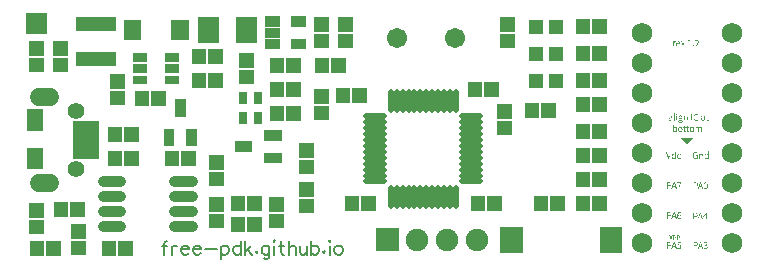
<source format=gts>
G04 Layer: TopSolderMaskLayer*
G04 EasyEDA v6.2.38, 2019-08-31T09:11:45+02:00*
G04 e43a48f15e4b4d90815dc594cbdf787c,da1ed6c8b984424aa63d4157573fa6f0,10*
G04 Gerber Generator version 0.2*
G04 Scale: 100 percent, Rotated: No, Reflected: No *
G04 Dimensions in millimeters *
G04 leading zeros omitted , absolute positions ,3 integer and 3 decimal *
%FSLAX33Y33*%
%MOMM*%
G90*
G71D02*

%ADD14C,0.203200*%
%ADD47C,0.483210*%
%ADD48C,1.503197*%
%ADD49C,0.903199*%
%ADD50C,1.727200*%
%ADD55C,1.903197*%
%ADD56R,3.403194X1.303198*%
%ADD57R,1.295400X1.193800*%
%ADD60C,1.403198*%
%ADD66C,1.703197*%

%LPD*%
G54D47*
G01X37040Y14782D02*
G01X37040Y13262D01*
G01X36539Y14782D02*
G01X36539Y13262D01*
G01X36040Y14782D02*
G01X36040Y13262D01*
G01X35539Y14782D02*
G01X35539Y13262D01*
G01X35040Y14782D02*
G01X35040Y13262D01*
G01X34539Y14782D02*
G01X34539Y13262D01*
G01X34040Y14782D02*
G01X34040Y13262D01*
G01X33539Y14782D02*
G01X33539Y13262D01*
G01X33040Y14782D02*
G01X33040Y13262D01*
G01X32539Y14782D02*
G01X32539Y13262D01*
G01X32040Y14782D02*
G01X32040Y13262D01*
G01X31539Y14782D02*
G01X31539Y13262D01*
G01X30999Y12722D02*
G01X29479Y12722D01*
G01X30999Y12222D02*
G01X29479Y12222D01*
G01X30999Y11722D02*
G01X29479Y11722D01*
G01X30999Y11222D02*
G01X29479Y11222D01*
G01X30999Y10722D02*
G01X29479Y10722D01*
G01X30999Y10222D02*
G01X29479Y10222D01*
G01X30999Y9722D02*
G01X29479Y9722D01*
G01X30999Y9222D02*
G01X29479Y9222D01*
G01X30999Y8722D02*
G01X29479Y8722D01*
G01X30999Y8222D02*
G01X29479Y8222D01*
G01X30999Y7722D02*
G01X29479Y7722D01*
G01X30999Y7222D02*
G01X29479Y7222D01*
G01X31539Y6682D02*
G01X31539Y5162D01*
G01X32040Y6682D02*
G01X32040Y5162D01*
G01X32539Y6682D02*
G01X32539Y5162D01*
G01X33040Y6682D02*
G01X33040Y5162D01*
G01X33539Y6682D02*
G01X33539Y5162D01*
G01X34040Y6682D02*
G01X34040Y5162D01*
G01X34539Y6682D02*
G01X34539Y5162D01*
G01X35040Y6682D02*
G01X35040Y5162D01*
G01X35539Y6682D02*
G01X35539Y5162D01*
G01X36040Y6682D02*
G01X36040Y5162D01*
G01X36539Y6682D02*
G01X36539Y5162D01*
G01X37040Y6682D02*
G01X37040Y5162D01*
G01X39100Y7222D02*
G01X37580Y7222D01*
G01X39100Y7722D02*
G01X37580Y7722D01*
G01X39100Y8222D02*
G01X37580Y8222D01*
G01X39100Y8722D02*
G01X37580Y8722D01*
G01X39100Y9222D02*
G01X37580Y9222D01*
G01X39100Y9722D02*
G01X37580Y9722D01*
G01X39100Y10222D02*
G01X37580Y10222D01*
G01X39100Y10722D02*
G01X37580Y10722D01*
G01X39100Y11222D02*
G01X37580Y11222D01*
G01X39100Y11722D02*
G01X37580Y11722D01*
G01X39100Y12222D02*
G01X37580Y12222D01*
G01X39100Y12722D02*
G01X37580Y12722D01*
G54D48*
G01X2677Y7114D02*
G01X1777Y7114D01*
G01X2677Y14353D02*
G01X1777Y14353D01*
G54D49*
G01X14694Y3429D02*
G01X13194Y3429D01*
G01X14694Y4699D02*
G01X13194Y4699D01*
G01X14694Y5969D02*
G01X13194Y5969D01*
G01X14694Y7239D02*
G01X13194Y7239D01*
G01X8649Y3429D02*
G01X7149Y3429D01*
G01X8649Y4699D02*
G01X7149Y4699D01*
G01X8649Y5969D02*
G01X7149Y5969D01*
G01X8649Y7239D02*
G01X7149Y7239D01*
G54D14*
G01X12628Y2179D02*
G01X12519Y2179D01*
G01X12410Y2123D01*
G01X12354Y1960D01*
G01X12354Y1033D01*
G01X12191Y1795D02*
G01X12572Y1795D01*
G01X12989Y1795D02*
G01X12989Y1033D01*
G01X12989Y1470D02*
G01X13042Y1633D01*
G01X13152Y1742D01*
G01X13261Y1795D01*
G01X13423Y1795D01*
G01X13784Y1470D02*
G01X14439Y1470D01*
G01X14439Y1577D01*
G01X14383Y1686D01*
G01X14330Y1742D01*
G01X14221Y1795D01*
G01X14056Y1795D01*
G01X13947Y1742D01*
G01X13840Y1633D01*
G01X13784Y1470D01*
G01X13784Y1361D01*
G01X13840Y1196D01*
G01X13947Y1087D01*
G01X14056Y1033D01*
G01X14221Y1033D01*
G01X14330Y1087D01*
G01X14439Y1196D01*
G01X14798Y1470D02*
G01X15453Y1470D01*
G01X15453Y1577D01*
G01X15399Y1686D01*
G01X15344Y1742D01*
G01X15234Y1795D01*
G01X15072Y1795D01*
G01X14963Y1742D01*
G01X14853Y1633D01*
G01X14798Y1470D01*
G01X14798Y1361D01*
G01X14853Y1196D01*
G01X14963Y1087D01*
G01X15072Y1033D01*
G01X15234Y1033D01*
G01X15344Y1087D01*
G01X15453Y1196D01*
G01X15814Y1524D02*
G01X16794Y1524D01*
G01X17155Y1795D02*
G01X17155Y650D01*
G01X17155Y1633D02*
G01X17264Y1742D01*
G01X17373Y1795D01*
G01X17538Y1795D01*
G01X17645Y1742D01*
G01X17754Y1633D01*
G01X17810Y1470D01*
G01X17810Y1361D01*
G01X17754Y1196D01*
G01X17645Y1087D01*
G01X17538Y1033D01*
G01X17373Y1033D01*
G01X17264Y1087D01*
G01X17155Y1196D01*
G01X18823Y2179D02*
G01X18823Y1033D01*
G01X18823Y1633D02*
G01X18714Y1742D01*
G01X18605Y1795D01*
G01X18442Y1795D01*
G01X18333Y1742D01*
G01X18224Y1633D01*
G01X18171Y1470D01*
G01X18171Y1361D01*
G01X18224Y1196D01*
G01X18333Y1087D01*
G01X18442Y1033D01*
G01X18605Y1033D01*
G01X18714Y1087D01*
G01X18823Y1196D01*
G01X19184Y2179D02*
G01X19184Y1033D01*
G01X19730Y1795D02*
G01X19184Y1252D01*
G01X19403Y1470D02*
G01X19784Y1033D01*
G01X20198Y1305D02*
G01X20144Y1252D01*
G01X20198Y1196D01*
G01X20253Y1252D01*
G01X20198Y1305D01*
G01X21267Y1795D02*
G01X21267Y924D01*
G01X21214Y759D01*
G01X21158Y706D01*
G01X21048Y650D01*
G01X20886Y650D01*
G01X20777Y706D01*
G01X21267Y1633D02*
G01X21158Y1742D01*
G01X21048Y1795D01*
G01X20886Y1795D01*
G01X20777Y1742D01*
G01X20667Y1633D01*
G01X20614Y1470D01*
G01X20614Y1361D01*
G01X20667Y1196D01*
G01X20777Y1087D01*
G01X20886Y1033D01*
G01X21048Y1033D01*
G01X21158Y1087D01*
G01X21267Y1196D01*
G01X21628Y2179D02*
G01X21683Y2123D01*
G01X21737Y2179D01*
G01X21683Y2232D01*
G01X21628Y2179D01*
G01X21683Y1795D02*
G01X21683Y1033D01*
G01X22260Y2179D02*
G01X22260Y1252D01*
G01X22316Y1087D01*
G01X22425Y1033D01*
G01X22534Y1033D01*
G01X22097Y1795D02*
G01X22478Y1795D01*
G01X22892Y2179D02*
G01X22892Y1033D01*
G01X22892Y1577D02*
G01X23058Y1742D01*
G01X23167Y1795D01*
G01X23329Y1795D01*
G01X23439Y1742D01*
G01X23494Y1577D01*
G01X23494Y1033D01*
G01X23853Y1795D02*
G01X23853Y1252D01*
G01X23908Y1087D01*
G01X24018Y1033D01*
G01X24180Y1033D01*
G01X24289Y1087D01*
G01X24452Y1252D01*
G01X24452Y1795D02*
G01X24452Y1033D01*
G01X24813Y2179D02*
G01X24813Y1033D01*
G01X24813Y1633D02*
G01X24922Y1742D01*
G01X25031Y1795D01*
G01X25196Y1795D01*
G01X25303Y1742D01*
G01X25412Y1633D01*
G01X25468Y1470D01*
G01X25468Y1361D01*
G01X25412Y1196D01*
G01X25303Y1087D01*
G01X25196Y1033D01*
G01X25031Y1033D01*
G01X24922Y1087D01*
G01X24813Y1196D01*
G01X25882Y1305D02*
G01X25829Y1252D01*
G01X25882Y1196D01*
G01X25938Y1252D01*
G01X25882Y1305D01*
G01X26296Y2179D02*
G01X26352Y2123D01*
G01X26405Y2179D01*
G01X26352Y2232D01*
G01X26296Y2179D01*
G01X26352Y1795D02*
G01X26352Y1033D01*
G01X27038Y1795D02*
G01X26929Y1742D01*
G01X26819Y1633D01*
G01X26766Y1470D01*
G01X26766Y1361D01*
G01X26819Y1196D01*
G01X26929Y1087D01*
G01X27038Y1033D01*
G01X27203Y1033D01*
G01X27312Y1087D01*
G01X27421Y1196D01*
G01X27475Y1361D01*
G01X27475Y1470D01*
G01X27421Y1633D01*
G01X27312Y1742D01*
G01X27203Y1795D01*
G01X27038Y1795D01*

%LPD*%
G36*
G01X55771Y12965D02*
G01X55753Y12967D01*
G01X55735Y12965D01*
G01X55720Y12957D01*
G01X55711Y12943D01*
G01X55707Y12924D01*
G01X55711Y12908D01*
G01X55720Y12896D01*
G01X55735Y12887D01*
G01X55753Y12883D01*
G01X55771Y12887D01*
G01X55786Y12896D01*
G01X55795Y12908D01*
G01X55799Y12924D01*
G01X55795Y12943D01*
G01X55786Y12957D01*
G01X55771Y12965D01*
G37*

%LPD*%
G36*
G01X57051Y12942D02*
G01X56987Y12942D01*
G01X56987Y12383D01*
G01X57051Y12383D01*
G01X57051Y12942D01*
G37*

%LPD*%
G36*
G01X56604Y12794D02*
G01X56548Y12805D01*
G01X56508Y12800D01*
G01X56473Y12784D01*
G01X56440Y12762D01*
G01X56411Y12734D01*
G01X56408Y12734D01*
G01X56403Y12794D01*
G01X56352Y12794D01*
G01X56352Y12383D01*
G01X56413Y12383D01*
G01X56413Y12683D01*
G01X56444Y12713D01*
G01X56472Y12735D01*
G01X56500Y12747D01*
G01X56530Y12751D01*
G01X56568Y12745D01*
G01X56593Y12724D01*
G01X56607Y12688D01*
G01X56612Y12637D01*
G01X56612Y12383D01*
G01X56675Y12383D01*
G01X56675Y12645D01*
G01X56667Y12714D01*
G01X56644Y12764D01*
G01X56604Y12794D01*
G37*

%LPD*%
G36*
G01X55783Y12794D02*
G01X55723Y12794D01*
G01X55723Y12383D01*
G01X55783Y12383D01*
G01X55783Y12794D01*
G37*

%LPD*%
G36*
G01X58341Y12911D02*
G01X58290Y12911D01*
G01X58283Y12794D01*
G01X58217Y12792D01*
G01X58217Y12744D01*
G01X58280Y12744D01*
G01X58280Y12507D01*
G01X58286Y12452D01*
G01X58305Y12410D01*
G01X58340Y12383D01*
G01X58395Y12373D01*
G01X58412Y12374D01*
G01X58430Y12378D01*
G01X58466Y12388D01*
G01X58456Y12434D01*
G01X58444Y12430D01*
G01X58432Y12427D01*
G01X58419Y12425D01*
G01X58407Y12424D01*
G01X58376Y12429D01*
G01X58355Y12446D01*
G01X58344Y12471D01*
G01X58341Y12505D01*
G01X58341Y12744D01*
G01X58456Y12744D01*
G01X58456Y12794D01*
G01X58341Y12794D01*
G01X58341Y12911D01*
G37*

%LPD*%
G36*
G01X58069Y12792D02*
G01X58006Y12805D01*
G01X57958Y12800D01*
G01X57915Y12787D01*
G01X57876Y12770D01*
G01X57846Y12751D01*
G01X57871Y12708D01*
G01X57897Y12724D01*
G01X57926Y12739D01*
G01X57959Y12750D01*
G01X57996Y12754D01*
G01X58040Y12744D01*
G01X58066Y12719D01*
G01X58080Y12683D01*
G01X58082Y12642D01*
G01X57968Y12623D01*
G01X57890Y12593D01*
G01X57843Y12549D01*
G01X57828Y12490D01*
G01X57837Y12439D01*
G01X57862Y12403D01*
G01X57900Y12380D01*
G01X57948Y12373D01*
G01X57985Y12378D01*
G01X58021Y12391D01*
G01X58054Y12410D01*
G01X58085Y12434D01*
G01X58087Y12434D01*
G01X58092Y12383D01*
G01X58146Y12383D01*
G01X58146Y12640D01*
G01X58138Y12706D01*
G01X58113Y12758D01*
G01X58069Y12792D01*
G37*

%LPC*%
G36*
G01X58082Y12480D02*
G01X58082Y12601D01*
G01X57991Y12585D01*
G01X57930Y12561D01*
G01X57897Y12530D01*
G01X57887Y12492D01*
G01X57893Y12461D01*
G01X57909Y12440D01*
G01X57934Y12428D01*
G01X57963Y12424D01*
G01X57994Y12428D01*
G01X58023Y12438D01*
G01X58052Y12456D01*
G01X58082Y12480D01*
G37*

%LPD*%
G36*
G01X57466Y12946D02*
G01X57419Y12952D01*
G01X57368Y12947D01*
G01X57321Y12932D01*
G01X57279Y12907D01*
G01X57242Y12874D01*
G01X57214Y12833D01*
G01X57191Y12783D01*
G01X57177Y12726D01*
G01X57173Y12662D01*
G01X57177Y12598D01*
G01X57191Y12542D01*
G01X57213Y12492D01*
G01X57242Y12450D01*
G01X57278Y12417D01*
G01X57319Y12393D01*
G01X57364Y12378D01*
G01X57414Y12373D01*
G01X57464Y12378D01*
G01X57510Y12394D01*
G01X57549Y12419D01*
G01X57584Y12454D01*
G01X57549Y12492D01*
G01X57521Y12465D01*
G01X57489Y12446D01*
G01X57455Y12433D01*
G01X57417Y12429D01*
G01X57343Y12446D01*
G01X57287Y12492D01*
G01X57251Y12566D01*
G01X57239Y12662D01*
G01X57252Y12760D01*
G01X57288Y12834D01*
G01X57345Y12880D01*
G01X57419Y12896D01*
G01X57454Y12892D01*
G01X57484Y12881D01*
G01X57512Y12864D01*
G01X57536Y12843D01*
G01X57569Y12883D01*
G01X57542Y12909D01*
G01X57508Y12931D01*
G01X57466Y12946D01*
G37*

%LPD*%
G36*
G01X55570Y12990D02*
G01X55509Y12990D01*
G01X55509Y12459D01*
G01X55513Y12422D01*
G01X55525Y12395D01*
G01X55547Y12378D01*
G01X55578Y12373D01*
G01X55589Y12373D01*
G01X55599Y12375D01*
G01X55606Y12376D01*
G01X55613Y12378D01*
G01X55606Y12426D01*
G01X55601Y12425D01*
G01X55597Y12424D01*
G01X55590Y12424D01*
G01X55583Y12426D01*
G01X55577Y12431D01*
G01X55572Y12441D01*
G01X55570Y12454D01*
G01X55570Y12990D01*
G37*

%LPD*%
G36*
G01X55298Y12792D02*
G01X55235Y12805D01*
G01X55187Y12800D01*
G01X55143Y12787D01*
G01X55105Y12770D01*
G01X55075Y12751D01*
G01X55100Y12708D01*
G01X55126Y12724D01*
G01X55156Y12739D01*
G01X55189Y12750D01*
G01X55225Y12754D01*
G01X55268Y12744D01*
G01X55296Y12719D01*
G01X55310Y12683D01*
G01X55314Y12642D01*
G01X55198Y12623D01*
G01X55119Y12593D01*
G01X55072Y12549D01*
G01X55057Y12490D01*
G01X55066Y12439D01*
G01X55091Y12403D01*
G01X55129Y12380D01*
G01X55176Y12373D01*
G01X55214Y12378D01*
G01X55250Y12391D01*
G01X55284Y12410D01*
G01X55316Y12434D01*
G01X55319Y12434D01*
G01X55324Y12383D01*
G01X55375Y12383D01*
G01X55375Y12640D01*
G01X55366Y12706D01*
G01X55342Y12758D01*
G01X55298Y12792D01*
G37*

%LPC*%
G36*
G01X55314Y12480D02*
G01X55314Y12601D01*
G01X55221Y12585D01*
G01X55161Y12561D01*
G01X55128Y12530D01*
G01X55118Y12492D01*
G01X55124Y12461D01*
G01X55140Y12440D01*
G01X55164Y12428D01*
G01X55194Y12424D01*
G01X55224Y12428D01*
G01X55253Y12438D01*
G01X55283Y12456D01*
G01X55314Y12480D01*
G37*

%LPD*%
G36*
G01X56080Y12804D02*
G01X56063Y12805D01*
G01X56004Y12794D01*
G01X55955Y12765D01*
G01X55923Y12718D01*
G01X55910Y12657D01*
G01X55915Y12623D01*
G01X55927Y12592D01*
G01X55944Y12567D01*
G01X55964Y12548D01*
G01X55964Y12546D01*
G01X55948Y12532D01*
G01X55933Y12515D01*
G01X55922Y12493D01*
G01X55918Y12469D01*
G01X55921Y12447D01*
G01X55929Y12428D01*
G01X55940Y12412D01*
G01X55956Y12401D01*
G01X55956Y12398D01*
G01X55931Y12377D01*
G01X55912Y12354D01*
G01X55899Y12329D01*
G01X55895Y12302D01*
G01X55907Y12256D01*
G01X55942Y12221D01*
G01X55996Y12200D01*
G01X56065Y12193D01*
G01X56150Y12204D01*
G01X56214Y12235D01*
G01X56254Y12279D01*
G01X56269Y12332D01*
G01X56260Y12377D01*
G01X56234Y12408D01*
G01X56189Y12426D01*
G01X56126Y12431D01*
G01X56045Y12431D01*
G01X56010Y12435D01*
G01X55987Y12444D01*
G01X55975Y12458D01*
G01X55971Y12477D01*
G01X55973Y12493D01*
G01X55980Y12506D01*
G01X55989Y12518D01*
G01X55999Y12528D01*
G01X56015Y12521D01*
G01X56031Y12517D01*
G01X56047Y12514D01*
G01X56063Y12513D01*
G01X56122Y12523D01*
G01X56169Y12553D01*
G01X56201Y12598D01*
G01X56213Y12657D01*
G01X56210Y12685D01*
G01X56202Y12709D01*
G01X56189Y12729D01*
G01X56175Y12746D01*
G01X56264Y12746D01*
G01X56264Y12794D01*
G01X56119Y12794D01*
G01X56108Y12799D01*
G01X56095Y12802D01*
G01X56080Y12804D01*
G37*

%LPC*%
G36*
G01X56009Y12383D02*
G01X55994Y12386D01*
G01X55974Y12368D01*
G01X55960Y12349D01*
G01X55952Y12330D01*
G01X55949Y12312D01*
G01X55957Y12280D01*
G01X55981Y12256D01*
G01X56020Y12241D01*
G01X56073Y12236D01*
G01X56128Y12243D01*
G01X56171Y12263D01*
G01X56198Y12292D01*
G01X56208Y12325D01*
G01X56203Y12351D01*
G01X56186Y12367D01*
G01X56159Y12375D01*
G01X56121Y12378D01*
G01X56036Y12378D01*
G01X56023Y12380D01*
G01X56009Y12383D01*
G37*
G36*
G01X56098Y12752D02*
G01X56063Y12759D01*
G01X56027Y12752D01*
G01X55998Y12732D01*
G01X55979Y12700D01*
G01X55971Y12657D01*
G01X55979Y12616D01*
G01X55998Y12584D01*
G01X56027Y12563D01*
G01X56063Y12556D01*
G01X56098Y12563D01*
G01X56128Y12584D01*
G01X56147Y12616D01*
G01X56154Y12657D01*
G01X56147Y12700D01*
G01X56128Y12732D01*
G01X56098Y12752D01*
G37*

%LPD*%

%LPD*%
G36*
G01X57571Y11840D02*
G01X57528Y11846D01*
G01X57493Y11840D01*
G01X57460Y11826D01*
G01X57429Y11803D01*
G01X57401Y11775D01*
G01X57398Y11775D01*
G01X57393Y11836D01*
G01X57343Y11836D01*
G01X57343Y11424D01*
G01X57404Y11424D01*
G01X57404Y11724D01*
G01X57432Y11754D01*
G01X57460Y11775D01*
G01X57486Y11789D01*
G01X57510Y11793D01*
G01X57547Y11786D01*
G01X57572Y11765D01*
G01X57587Y11730D01*
G01X57591Y11678D01*
G01X57591Y11424D01*
G01X57652Y11424D01*
G01X57652Y11724D01*
G01X57682Y11754D01*
G01X57710Y11775D01*
G01X57737Y11789D01*
G01X57762Y11793D01*
G01X57798Y11786D01*
G01X57824Y11765D01*
G01X57838Y11730D01*
G01X57843Y11678D01*
G01X57843Y11424D01*
G01X57904Y11424D01*
G01X57904Y11686D01*
G01X57896Y11755D01*
G01X57873Y11805D01*
G01X57834Y11836D01*
G01X57779Y11846D01*
G01X57743Y11840D01*
G01X57708Y11824D01*
G01X57675Y11799D01*
G01X57642Y11767D01*
G01X57627Y11800D01*
G01X57603Y11825D01*
G01X57571Y11840D01*
G37*

%LPD*%
G36*
G01X57113Y11832D02*
G01X57040Y11846D01*
G01X56968Y11832D01*
G01X56908Y11790D01*
G01X56868Y11722D01*
G01X56852Y11630D01*
G01X56868Y11539D01*
G01X56908Y11471D01*
G01X56968Y11429D01*
G01X57040Y11414D01*
G01X57113Y11429D01*
G01X57174Y11471D01*
G01X57216Y11539D01*
G01X57231Y11630D01*
G01X57216Y11722D01*
G01X57174Y11790D01*
G01X57113Y11832D01*
G37*

%LPC*%
G36*
G01X57091Y11781D02*
G01X57040Y11793D01*
G01X56990Y11781D01*
G01X56950Y11748D01*
G01X56925Y11696D01*
G01X56916Y11630D01*
G01X56925Y11563D01*
G01X56950Y11510D01*
G01X56990Y11477D01*
G01X57040Y11465D01*
G01X57091Y11477D01*
G01X57130Y11510D01*
G01X57156Y11563D01*
G01X57165Y11630D01*
G01X57156Y11696D01*
G01X57130Y11748D01*
G01X57091Y11781D01*
G37*

%LPD*%
G36*
G01X56687Y11953D02*
G01X56634Y11953D01*
G01X56626Y11836D01*
G01X56563Y11833D01*
G01X56563Y11785D01*
G01X56624Y11785D01*
G01X56624Y11549D01*
G01X56630Y11494D01*
G01X56649Y11451D01*
G01X56684Y11424D01*
G01X56738Y11414D01*
G01X56756Y11416D01*
G01X56775Y11419D01*
G01X56794Y11424D01*
G01X56812Y11430D01*
G01X56799Y11475D01*
G01X56788Y11472D01*
G01X56776Y11468D01*
G01X56763Y11466D01*
G01X56751Y11465D01*
G01X56721Y11471D01*
G01X56701Y11487D01*
G01X56690Y11512D01*
G01X56687Y11546D01*
G01X56687Y11785D01*
G01X56799Y11785D01*
G01X56799Y11836D01*
G01X56687Y11836D01*
G01X56687Y11953D01*
G37*

%LPD*%
G36*
G01X56423Y11953D02*
G01X56370Y11953D01*
G01X56362Y11836D01*
G01X56299Y11833D01*
G01X56299Y11785D01*
G01X56360Y11785D01*
G01X56360Y11549D01*
G01X56366Y11494D01*
G01X56384Y11451D01*
G01X56420Y11424D01*
G01X56474Y11414D01*
G01X56492Y11416D01*
G01X56511Y11419D01*
G01X56530Y11424D01*
G01X56548Y11430D01*
G01X56535Y11475D01*
G01X56524Y11472D01*
G01X56512Y11468D01*
G01X56499Y11466D01*
G01X56487Y11465D01*
G01X56457Y11471D01*
G01X56437Y11487D01*
G01X56426Y11512D01*
G01X56423Y11546D01*
G01X56423Y11785D01*
G01X56535Y11785D01*
G01X56535Y11836D01*
G01X56423Y11836D01*
G01X56423Y11953D01*
G37*

%LPD*%
G36*
G01X56132Y11832D02*
G01X56060Y11846D01*
G01X55989Y11832D01*
G01X55929Y11790D01*
G01X55888Y11722D01*
G01X55872Y11630D01*
G01X55888Y11539D01*
G01X55929Y11471D01*
G01X55989Y11429D01*
G01X56060Y11414D01*
G01X56132Y11429D01*
G01X56193Y11471D01*
G01X56235Y11539D01*
G01X56250Y11630D01*
G01X56235Y11722D01*
G01X56193Y11790D01*
G01X56132Y11832D01*
G37*

%LPC*%
G36*
G01X56112Y11781D02*
G01X56060Y11793D01*
G01X56010Y11781D01*
G01X55970Y11748D01*
G01X55945Y11696D01*
G01X55935Y11630D01*
G01X55945Y11563D01*
G01X55970Y11510D01*
G01X56010Y11477D01*
G01X56060Y11465D01*
G01X56112Y11477D01*
G01X56152Y11510D01*
G01X56178Y11563D01*
G01X56187Y11630D01*
G01X56178Y11696D01*
G01X56152Y11748D01*
G01X56112Y11781D01*
G37*

%LPD*%
G36*
G01X55499Y12031D02*
G01X55435Y12031D01*
G01X55435Y11424D01*
G01X55486Y11424D01*
G01X55491Y11468D01*
G01X55493Y11468D01*
G01X55522Y11445D01*
G01X55552Y11428D01*
G01X55583Y11418D01*
G01X55613Y11414D01*
G01X55681Y11429D01*
G01X55738Y11473D01*
G01X55778Y11543D01*
G01X55793Y11638D01*
G01X55782Y11724D01*
G01X55751Y11790D01*
G01X55699Y11831D01*
G01X55628Y11846D01*
G01X55592Y11841D01*
G01X55558Y11829D01*
G01X55526Y11811D01*
G01X55496Y11788D01*
G01X55499Y11861D01*
G01X55499Y12031D01*
G37*

%LPC*%
G36*
G01X55666Y11782D02*
G01X55613Y11793D01*
G01X55586Y11789D01*
G01X55558Y11778D01*
G01X55528Y11760D01*
G01X55499Y11734D01*
G01X55499Y11511D01*
G01X55527Y11490D01*
G01X55554Y11477D01*
G01X55580Y11470D01*
G01X55603Y11468D01*
G01X55652Y11479D01*
G01X55692Y11512D01*
G01X55718Y11565D01*
G01X55727Y11635D01*
G01X55721Y11700D01*
G01X55702Y11749D01*
G01X55666Y11782D01*
G37*

%LPD*%

%LPD*%
G36*
G01X54932Y9702D02*
G01X54866Y9702D01*
G01X55044Y9144D01*
G01X55118Y9144D01*
G01X55295Y9702D01*
G01X55232Y9702D01*
G01X55138Y9392D01*
G01X55124Y9345D01*
G01X55111Y9301D01*
G01X55097Y9257D01*
G01X55082Y9210D01*
G01X55079Y9210D01*
G01X55065Y9257D01*
G01X55051Y9301D01*
G01X55039Y9345D01*
G01X55026Y9392D01*
G01X54932Y9702D01*
G37*

%LPD*%
G36*
G01X56149Y9751D02*
G01X56088Y9751D01*
G01X56088Y9588D01*
G01X56090Y9517D01*
G01X56063Y9537D01*
G01X56035Y9552D01*
G01X56007Y9562D01*
G01X55973Y9565D01*
G01X55904Y9550D01*
G01X55847Y9507D01*
G01X55808Y9439D01*
G01X55793Y9349D01*
G01X55805Y9258D01*
G01X55839Y9190D01*
G01X55893Y9148D01*
G01X55963Y9133D01*
G01X56000Y9138D01*
G01X56033Y9152D01*
G01X56063Y9171D01*
G01X56090Y9194D01*
G01X56093Y9194D01*
G01X56098Y9144D01*
G01X56149Y9144D01*
G01X56149Y9751D01*
G37*

%LPC*%
G36*
G01X56009Y9509D02*
G01X55981Y9512D01*
G01X55933Y9500D01*
G01X55894Y9467D01*
G01X55868Y9415D01*
G01X55859Y9349D01*
G01X55867Y9281D01*
G01X55889Y9230D01*
G01X55926Y9198D01*
G01X55976Y9187D01*
G01X56005Y9191D01*
G01X56033Y9202D01*
G01X56060Y9220D01*
G01X56088Y9245D01*
G01X56088Y9469D01*
G01X56060Y9488D01*
G01X56034Y9502D01*
G01X56009Y9509D01*
G37*

%LPD*%
G36*
G01X55681Y9751D02*
G01X55618Y9751D01*
G01X55618Y9588D01*
G01X55623Y9517D01*
G01X55595Y9537D01*
G01X55567Y9552D01*
G01X55537Y9562D01*
G01X55504Y9565D01*
G01X55436Y9550D01*
G01X55379Y9507D01*
G01X55341Y9439D01*
G01X55326Y9349D01*
G01X55337Y9258D01*
G01X55372Y9190D01*
G01X55424Y9148D01*
G01X55493Y9133D01*
G01X55531Y9138D01*
G01X55565Y9152D01*
G01X55596Y9171D01*
G01X55623Y9194D01*
G01X55631Y9144D01*
G01X55681Y9144D01*
G01X55681Y9751D01*
G37*

%LPC*%
G36*
G01X55540Y9509D02*
G01X55514Y9512D01*
G01X55464Y9500D01*
G01X55425Y9467D01*
G01X55398Y9415D01*
G01X55389Y9349D01*
G01X55397Y9281D01*
G01X55420Y9230D01*
G01X55457Y9198D01*
G01X55506Y9187D01*
G01X55536Y9191D01*
G01X55564Y9202D01*
G01X55591Y9220D01*
G01X55618Y9245D01*
G01X55618Y9469D01*
G01X55591Y9488D01*
G01X55566Y9502D01*
G01X55540Y9509D01*
G37*

%LPD*%

%LPD*%
G36*
G01X57925Y9559D02*
G01X57868Y9569D01*
G01X57829Y9564D01*
G01X57793Y9549D01*
G01X57761Y9527D01*
G01X57731Y9498D01*
G01X57729Y9498D01*
G01X57721Y9559D01*
G01X57673Y9559D01*
G01X57673Y9148D01*
G01X57734Y9148D01*
G01X57734Y9447D01*
G01X57764Y9477D01*
G01X57792Y9499D01*
G01X57820Y9512D01*
G01X57851Y9516D01*
G01X57888Y9509D01*
G01X57913Y9488D01*
G01X57927Y9453D01*
G01X57932Y9402D01*
G01X57932Y9148D01*
G01X57995Y9148D01*
G01X57995Y9409D01*
G01X57988Y9478D01*
G01X57964Y9529D01*
G01X57925Y9559D01*
G37*

%LPD*%
G36*
G01X58458Y9755D02*
G01X58397Y9755D01*
G01X58397Y9592D01*
G01X58399Y9521D01*
G01X58372Y9541D01*
G01X58344Y9557D01*
G01X58314Y9566D01*
G01X58280Y9569D01*
G01X58212Y9554D01*
G01X58156Y9511D01*
G01X58117Y9443D01*
G01X58102Y9353D01*
G01X58114Y9262D01*
G01X58148Y9194D01*
G01X58202Y9152D01*
G01X58272Y9137D01*
G01X58309Y9142D01*
G01X58342Y9156D01*
G01X58372Y9175D01*
G01X58399Y9198D01*
G01X58407Y9148D01*
G01X58458Y9148D01*
G01X58458Y9755D01*
G37*

%LPC*%
G36*
G01X58316Y9513D02*
G01X58290Y9516D01*
G01X58242Y9504D01*
G01X58202Y9471D01*
G01X58175Y9419D01*
G01X58166Y9353D01*
G01X58174Y9285D01*
G01X58196Y9234D01*
G01X58234Y9202D01*
G01X58285Y9191D01*
G01X58313Y9195D01*
G01X58341Y9206D01*
G01X58368Y9224D01*
G01X58397Y9249D01*
G01X58397Y9473D01*
G01X58369Y9492D01*
G01X58342Y9506D01*
G01X58316Y9513D01*
G37*

%LPD*%
G36*
G01X57429Y9710D02*
G01X57376Y9717D01*
G01X57322Y9711D01*
G01X57274Y9696D01*
G01X57231Y9672D01*
G01X57195Y9638D01*
G01X57165Y9597D01*
G01X57142Y9547D01*
G01X57129Y9490D01*
G01X57124Y9427D01*
G01X57129Y9363D01*
G01X57142Y9306D01*
G01X57164Y9256D01*
G01X57193Y9215D01*
G01X57229Y9182D01*
G01X57271Y9157D01*
G01X57318Y9142D01*
G01X57370Y9137D01*
G01X57424Y9142D01*
G01X57472Y9156D01*
G01X57512Y9176D01*
G01X57543Y9201D01*
G01X57543Y9432D01*
G01X57363Y9432D01*
G01X57363Y9381D01*
G01X57485Y9381D01*
G01X57485Y9229D01*
G01X57464Y9214D01*
G01X57438Y9202D01*
G01X57409Y9196D01*
G01X57378Y9193D01*
G01X57297Y9210D01*
G01X57237Y9257D01*
G01X57200Y9330D01*
G01X57188Y9427D01*
G01X57201Y9525D01*
G01X57239Y9598D01*
G01X57299Y9644D01*
G01X57378Y9661D01*
G01X57418Y9657D01*
G01X57450Y9644D01*
G01X57477Y9628D01*
G01X57500Y9607D01*
G01X57536Y9648D01*
G01X57508Y9673D01*
G01X57473Y9695D01*
G01X57429Y9710D01*
G37*

%LPD*%

%LPD*%
G36*
G01X56139Y7162D02*
G01X55793Y7162D01*
G01X55793Y7109D01*
G01X56067Y7109D01*
G01X56030Y7053D01*
G01X55998Y6996D01*
G01X55971Y6939D01*
G01X55950Y6880D01*
G01X55934Y6818D01*
G01X55921Y6752D01*
G01X55913Y6681D01*
G01X55907Y6604D01*
G01X55973Y6604D01*
G01X55978Y6682D01*
G01X55984Y6753D01*
G01X55994Y6819D01*
G01X56010Y6882D01*
G01X56030Y6942D01*
G01X56058Y7002D01*
G01X56094Y7062D01*
G01X56139Y7124D01*
G01X56139Y7162D01*
G37*

%LPD*%
G36*
G01X55562Y7162D02*
G01X55493Y7162D01*
G01X55303Y6604D01*
G01X55364Y6604D01*
G01X55422Y6779D01*
G01X55631Y6779D01*
G01X55686Y6604D01*
G01X55753Y6604D01*
G01X55562Y7162D01*
G37*

%LPC*%
G36*
G01X55526Y7109D02*
G01X55524Y7109D01*
G01X55511Y7060D01*
G01X55483Y6966D01*
G01X55468Y6918D01*
G01X55438Y6830D01*
G01X55613Y6830D01*
G01X55585Y6918D01*
G01X55570Y6966D01*
G01X55556Y7013D01*
G01X55541Y7060D01*
G01X55526Y7109D01*
G37*

%LPD*%
G36*
G01X55095Y7162D02*
G01X54942Y7162D01*
G01X54942Y6604D01*
G01X55006Y6604D01*
G01X55006Y6830D01*
G01X55100Y6830D01*
G01X55183Y6840D01*
G01X55247Y6871D01*
G01X55288Y6924D01*
G01X55303Y7000D01*
G01X55288Y7075D01*
G01X55247Y7126D01*
G01X55181Y7154D01*
G01X55095Y7162D01*
G37*

%LPC*%
G36*
G01X55087Y7109D02*
G01X55006Y7109D01*
G01X55006Y6880D01*
G01X55090Y6880D01*
G01X55156Y6887D01*
G01X55203Y6909D01*
G01X55230Y6946D01*
G01X55239Y7000D01*
G01X55230Y7052D01*
G01X55201Y7086D01*
G01X55154Y7104D01*
G01X55087Y7109D01*
G37*

%LPD*%

%LPD*%
G36*
G01X57795Y7144D02*
G01X57727Y7144D01*
G01X57536Y6585D01*
G01X57597Y6585D01*
G01X57655Y6760D01*
G01X57864Y6760D01*
G01X57920Y6585D01*
G01X57986Y6585D01*
G01X57795Y7144D01*
G37*

%LPC*%
G36*
G01X57760Y7091D02*
G01X57757Y7091D01*
G01X57744Y7042D01*
G01X57730Y6994D01*
G01X57716Y6947D01*
G01X57701Y6900D01*
G01X57671Y6811D01*
G01X57846Y6811D01*
G01X57818Y6900D01*
G01X57803Y6947D01*
G01X57789Y6994D01*
G01X57774Y7042D01*
G01X57760Y7091D01*
G37*

%LPD*%
G36*
G01X57328Y7144D02*
G01X57175Y7144D01*
G01X57175Y6585D01*
G01X57239Y6585D01*
G01X57239Y6811D01*
G01X57333Y6811D01*
G01X57416Y6821D01*
G01X57480Y6852D01*
G01X57521Y6905D01*
G01X57536Y6981D01*
G01X57521Y7057D01*
G01X57480Y7107D01*
G01X57414Y7135D01*
G01X57328Y7144D01*
G37*

%LPC*%
G36*
G01X57320Y7091D02*
G01X57239Y7091D01*
G01X57239Y6862D01*
G01X57323Y6862D01*
G01X57389Y6869D01*
G01X57436Y6890D01*
G01X57463Y6927D01*
G01X57473Y6981D01*
G01X57463Y7034D01*
G01X57434Y7067D01*
G01X57387Y7085D01*
G01X57320Y7091D01*
G37*

%LPD*%
G36*
G01X58236Y7150D02*
G01X58199Y7154D01*
G01X58161Y7150D01*
G01X58127Y7136D01*
G01X58097Y7114D01*
G01X58073Y7083D01*
G01X58053Y7042D01*
G01X58039Y6993D01*
G01X58029Y6935D01*
G01X58026Y6867D01*
G01X58029Y6798D01*
G01X58039Y6739D01*
G01X58053Y6689D01*
G01X58073Y6648D01*
G01X58097Y6616D01*
G01X58127Y6593D01*
G01X58161Y6580D01*
G01X58199Y6575D01*
G01X58236Y6580D01*
G01X58270Y6593D01*
G01X58299Y6616D01*
G01X58323Y6648D01*
G01X58343Y6689D01*
G01X58358Y6739D01*
G01X58366Y6798D01*
G01X58369Y6867D01*
G01X58366Y6935D01*
G01X58358Y6993D01*
G01X58343Y7042D01*
G01X58323Y7083D01*
G01X58299Y7114D01*
G01X58270Y7136D01*
G01X58236Y7150D01*
G37*

%LPC*%
G36*
G01X58244Y7089D02*
G01X58199Y7103D01*
G01X58154Y7089D01*
G01X58118Y7046D01*
G01X58095Y6972D01*
G01X58087Y6867D01*
G01X58095Y6758D01*
G01X58118Y6683D01*
G01X58154Y6640D01*
G01X58199Y6626D01*
G01X58244Y6640D01*
G01X58278Y6683D01*
G01X58301Y6758D01*
G01X58308Y6867D01*
G01X58301Y6972D01*
G01X58278Y7046D01*
G01X58244Y7089D01*
G37*

%LPD*%

%LPD*%
G36*
G01X55562Y4622D02*
G01X55493Y4622D01*
G01X55303Y4064D01*
G01X55364Y4064D01*
G01X55422Y4239D01*
G01X55631Y4239D01*
G01X55686Y4064D01*
G01X55753Y4064D01*
G01X55562Y4622D01*
G37*

%LPC*%
G36*
G01X55526Y4569D02*
G01X55524Y4569D01*
G01X55511Y4520D01*
G01X55483Y4426D01*
G01X55468Y4378D01*
G01X55438Y4290D01*
G01X55613Y4290D01*
G01X55585Y4378D01*
G01X55570Y4426D01*
G01X55556Y4473D01*
G01X55541Y4520D01*
G01X55526Y4569D01*
G37*

%LPD*%
G36*
G01X55095Y4622D02*
G01X54942Y4622D01*
G01X54942Y4064D01*
G01X55006Y4064D01*
G01X55006Y4290D01*
G01X55100Y4290D01*
G01X55183Y4300D01*
G01X55247Y4331D01*
G01X55288Y4384D01*
G01X55303Y4460D01*
G01X55288Y4535D01*
G01X55247Y4586D01*
G01X55181Y4614D01*
G01X55095Y4622D01*
G37*

%LPC*%
G36*
G01X55087Y4569D02*
G01X55006Y4569D01*
G01X55006Y4340D01*
G01X55090Y4340D01*
G01X55156Y4347D01*
G01X55203Y4369D01*
G01X55230Y4406D01*
G01X55239Y4460D01*
G01X55230Y4512D01*
G01X55201Y4546D01*
G01X55154Y4564D01*
G01X55087Y4569D01*
G37*

%LPD*%
G36*
G01X56043Y4628D02*
G01X56004Y4632D01*
G01X55964Y4628D01*
G01X55927Y4616D01*
G01X55892Y4594D01*
G01X55861Y4563D01*
G01X55835Y4521D01*
G01X55815Y4468D01*
G01X55803Y4404D01*
G01X55798Y4328D01*
G01X55802Y4264D01*
G01X55812Y4209D01*
G01X55829Y4162D01*
G01X55851Y4123D01*
G01X55878Y4092D01*
G01X55909Y4071D01*
G01X55945Y4058D01*
G01X55984Y4053D01*
G01X56044Y4067D01*
G01X56094Y4104D01*
G01X56128Y4161D01*
G01X56141Y4234D01*
G01X56130Y4310D01*
G01X56099Y4365D01*
G01X56050Y4398D01*
G01X55986Y4409D01*
G01X55952Y4404D01*
G01X55918Y4391D01*
G01X55886Y4369D01*
G01X55857Y4340D01*
G01X55871Y4453D01*
G01X55904Y4526D01*
G01X55951Y4567D01*
G01X56007Y4579D01*
G01X56031Y4576D01*
G01X56055Y4568D01*
G01X56077Y4554D01*
G01X56095Y4536D01*
G01X56131Y4577D01*
G01X56106Y4598D01*
G01X56077Y4616D01*
G01X56043Y4628D01*
G37*

%LPC*%
G36*
G01X56022Y4354D02*
G01X55976Y4363D01*
G01X55948Y4359D01*
G01X55919Y4345D01*
G01X55889Y4323D01*
G01X55859Y4290D01*
G01X55871Y4210D01*
G01X55897Y4152D01*
G01X55934Y4116D01*
G01X55984Y4104D01*
G01X56022Y4114D01*
G01X56053Y4140D01*
G01X56073Y4181D01*
G01X56080Y4234D01*
G01X56074Y4286D01*
G01X56055Y4327D01*
G01X56022Y4354D01*
G37*

%LPD*%

%LPD*%
G36*
G01X58280Y4572D02*
G01X58214Y4572D01*
G01X57978Y4208D01*
G01X57978Y4168D01*
G01X58222Y4168D01*
G01X58222Y4013D01*
G01X58280Y4013D01*
G01X58280Y4168D01*
G01X58357Y4168D01*
G01X58357Y4218D01*
G01X58280Y4218D01*
G01X58280Y4572D01*
G37*

%LPC*%
G36*
G01X58227Y4498D02*
G01X58224Y4498D01*
G01X58213Y4479D01*
G01X58202Y4458D01*
G01X58190Y4438D01*
G01X58179Y4417D01*
G01X58044Y4218D01*
G01X58222Y4218D01*
G01X58222Y4422D01*
G01X58223Y4449D01*
G01X58225Y4474D01*
G01X58227Y4498D01*
G37*

%LPD*%
G36*
G01X57770Y4572D02*
G01X57701Y4572D01*
G01X57511Y4013D01*
G01X57572Y4013D01*
G01X57630Y4188D01*
G01X57838Y4188D01*
G01X57894Y4013D01*
G01X57960Y4013D01*
G01X57770Y4572D01*
G37*

%LPC*%
G36*
G01X57734Y4518D02*
G01X57732Y4518D01*
G01X57718Y4470D01*
G01X57705Y4422D01*
G01X57691Y4375D01*
G01X57676Y4328D01*
G01X57645Y4239D01*
G01X57821Y4239D01*
G01X57793Y4328D01*
G01X57777Y4375D01*
G01X57763Y4422D01*
G01X57749Y4470D01*
G01X57734Y4518D01*
G37*

%LPD*%
G36*
G01X57302Y4572D02*
G01X57150Y4572D01*
G01X57150Y4013D01*
G01X57214Y4013D01*
G01X57214Y4239D01*
G01X57307Y4239D01*
G01X57390Y4249D01*
G01X57455Y4280D01*
G01X57496Y4333D01*
G01X57511Y4409D01*
G01X57496Y4485D01*
G01X57454Y4535D01*
G01X57388Y4563D01*
G01X57302Y4572D01*
G37*

%LPC*%
G36*
G01X57295Y4518D02*
G01X57214Y4518D01*
G01X57214Y4290D01*
G01X57297Y4290D01*
G01X57363Y4297D01*
G01X57410Y4318D01*
G01X57438Y4355D01*
G01X57447Y4409D01*
G01X57438Y4462D01*
G01X57409Y4495D01*
G01X57361Y4513D01*
G01X57295Y4518D01*
G37*

%LPD*%

%LPD*%
G36*
G01X57795Y2094D02*
G01X57727Y2094D01*
G01X57536Y1536D01*
G01X57597Y1536D01*
G01X57655Y1711D01*
G01X57864Y1711D01*
G01X57920Y1536D01*
G01X57986Y1536D01*
G01X57795Y2094D01*
G37*

%LPC*%
G36*
G01X57760Y2041D02*
G01X57757Y2041D01*
G01X57744Y1992D01*
G01X57716Y1898D01*
G01X57701Y1851D01*
G01X57671Y1762D01*
G01X57846Y1762D01*
G01X57818Y1851D01*
G01X57803Y1898D01*
G01X57789Y1945D01*
G01X57774Y1992D01*
G01X57760Y2041D01*
G37*

%LPD*%
G36*
G01X57328Y2094D02*
G01X57175Y2094D01*
G01X57175Y1536D01*
G01X57239Y1536D01*
G01X57239Y1762D01*
G01X57333Y1762D01*
G01X57416Y1772D01*
G01X57480Y1803D01*
G01X57521Y1856D01*
G01X57536Y1932D01*
G01X57521Y2008D01*
G01X57480Y2058D01*
G01X57414Y2086D01*
G01X57328Y2094D01*
G37*

%LPC*%
G36*
G01X57320Y2041D02*
G01X57239Y2041D01*
G01X57239Y1813D01*
G01X57323Y1813D01*
G01X57389Y1820D01*
G01X57436Y1841D01*
G01X57463Y1878D01*
G01X57473Y1932D01*
G01X57463Y1984D01*
G01X57434Y2018D01*
G01X57387Y2036D01*
G01X57320Y2041D01*
G37*

%LPD*%
G36*
G01X58249Y2096D02*
G01X58186Y2105D01*
G01X58142Y2100D01*
G01X58101Y2085D01*
G01X58065Y2064D01*
G01X58031Y2039D01*
G01X58067Y1998D01*
G01X58092Y2020D01*
G01X58120Y2038D01*
G01X58151Y2049D01*
G01X58184Y2054D01*
G01X58224Y2047D01*
G01X58255Y2028D01*
G01X58274Y1998D01*
G01X58280Y1960D01*
G01X58273Y1917D01*
G01X58247Y1883D01*
G01X58199Y1859D01*
G01X58125Y1851D01*
G01X58125Y1802D01*
G01X58208Y1794D01*
G01X58262Y1770D01*
G01X58291Y1733D01*
G01X58301Y1686D01*
G01X58292Y1641D01*
G01X58268Y1606D01*
G01X58231Y1584D01*
G01X58184Y1576D01*
G01X58139Y1582D01*
G01X58101Y1597D01*
G01X58071Y1618D01*
G01X58044Y1642D01*
G01X58011Y1602D01*
G01X58042Y1574D01*
G01X58081Y1549D01*
G01X58130Y1532D01*
G01X58189Y1526D01*
G01X58257Y1537D01*
G01X58313Y1568D01*
G01X58350Y1619D01*
G01X58364Y1686D01*
G01X58355Y1738D01*
G01X58329Y1780D01*
G01X58291Y1810D01*
G01X58245Y1828D01*
G01X58245Y1830D01*
G01X58286Y1850D01*
G01X58317Y1880D01*
G01X58337Y1918D01*
G01X58344Y1965D01*
G01X58332Y2024D01*
G01X58300Y2068D01*
G01X58249Y2096D01*
G37*

%LPD*%

%LPD*%
G36*
G01X55880Y2656D02*
G01X55775Y2656D01*
G01X55775Y2286D01*
G01X55819Y2286D01*
G01X55819Y2435D01*
G01X55880Y2435D01*
G01X55936Y2442D01*
G01X55980Y2464D01*
G01X56007Y2499D01*
G01X56017Y2550D01*
G01X56007Y2599D01*
G01X55980Y2632D01*
G01X55936Y2651D01*
G01X55880Y2656D01*
G37*

%LPC*%
G36*
G01X55872Y2623D02*
G01X55819Y2623D01*
G01X55819Y2471D01*
G01X55874Y2471D01*
G01X55919Y2475D01*
G01X55951Y2489D01*
G01X55970Y2514D01*
G01X55976Y2550D01*
G01X55969Y2585D01*
G01X55950Y2608D01*
G01X55917Y2620D01*
G01X55872Y2623D01*
G37*

%LPD*%
G36*
G01X55559Y2656D02*
G01X55458Y2656D01*
G01X55458Y2286D01*
G01X55499Y2286D01*
G01X55499Y2435D01*
G01X55562Y2435D01*
G01X55618Y2442D01*
G01X55661Y2464D01*
G01X55689Y2499D01*
G01X55699Y2550D01*
G01X55689Y2599D01*
G01X55661Y2632D01*
G01X55617Y2651D01*
G01X55559Y2656D01*
G37*

%LPC*%
G36*
G01X55554Y2623D02*
G01X55499Y2623D01*
G01X55499Y2471D01*
G01X55557Y2471D01*
G01X55601Y2475D01*
G01X55632Y2489D01*
G01X55650Y2514D01*
G01X55656Y2550D01*
G01X55650Y2585D01*
G01X55631Y2608D01*
G01X55599Y2620D01*
G01X55554Y2623D01*
G37*

%LPD*%
G36*
G01X55163Y2656D02*
G01X55118Y2656D01*
G01X55237Y2286D01*
G01X55285Y2286D01*
G01X55405Y2656D01*
G01X55361Y2656D01*
G01X55300Y2453D01*
G01X55291Y2421D01*
G01X55283Y2390D01*
G01X55274Y2360D01*
G01X55265Y2329D01*
G01X55262Y2329D01*
G01X55252Y2360D01*
G01X55243Y2390D01*
G01X55234Y2421D01*
G01X55224Y2453D01*
G01X55163Y2656D01*
G37*

%LPD*%

%LPD*%
G36*
G01X55562Y2082D02*
G01X55493Y2082D01*
G01X55303Y1524D01*
G01X55364Y1524D01*
G01X55422Y1699D01*
G01X55631Y1699D01*
G01X55686Y1524D01*
G01X55753Y1524D01*
G01X55562Y2082D01*
G37*

%LPC*%
G36*
G01X55526Y2029D02*
G01X55524Y2029D01*
G01X55511Y1980D01*
G01X55483Y1886D01*
G01X55468Y1838D01*
G01X55438Y1750D01*
G01X55613Y1750D01*
G01X55585Y1838D01*
G01X55570Y1886D01*
G01X55556Y1933D01*
G01X55541Y1980D01*
G01X55526Y2029D01*
G37*

%LPD*%
G36*
G01X55095Y2082D02*
G01X54942Y2082D01*
G01X54942Y1524D01*
G01X55006Y1524D01*
G01X55006Y1750D01*
G01X55100Y1750D01*
G01X55183Y1760D01*
G01X55247Y1791D01*
G01X55288Y1844D01*
G01X55303Y1920D01*
G01X55288Y1995D01*
G01X55247Y2046D01*
G01X55181Y2074D01*
G01X55095Y2082D01*
G37*

%LPC*%
G36*
G01X55087Y2029D02*
G01X55006Y2029D01*
G01X55006Y1800D01*
G01X55090Y1800D01*
G01X55156Y1807D01*
G01X55203Y1829D01*
G01X55230Y1866D01*
G01X55239Y1920D01*
G01X55230Y1972D01*
G01X55201Y2006D01*
G01X55154Y2024D01*
G01X55087Y2029D01*
G37*

%LPD*%
G36*
G01X56106Y2082D02*
G01X55839Y2082D01*
G01X55821Y1823D01*
G01X55857Y1800D01*
G01X55879Y1815D01*
G01X55901Y1825D01*
G01X55924Y1831D01*
G01X55951Y1833D01*
G01X56000Y1825D01*
G01X56038Y1799D01*
G01X56062Y1757D01*
G01X56070Y1701D01*
G01X56060Y1644D01*
G01X56034Y1601D01*
G01X55995Y1574D01*
G01X55948Y1564D01*
G01X55903Y1569D01*
G01X55866Y1583D01*
G01X55835Y1604D01*
G01X55808Y1628D01*
G01X55778Y1587D01*
G01X55808Y1561D01*
G01X55846Y1537D01*
G01X55894Y1520D01*
G01X55953Y1513D01*
G01X56020Y1526D01*
G01X56078Y1563D01*
G01X56118Y1623D01*
G01X56134Y1704D01*
G01X56120Y1784D01*
G01X56084Y1839D01*
G01X56031Y1871D01*
G01X55966Y1882D01*
G01X55941Y1880D01*
G01X55919Y1876D01*
G01X55899Y1869D01*
G01X55880Y1859D01*
G01X55895Y2029D01*
G01X56106Y2029D01*
G01X56106Y2082D01*
G37*

%LPD*%

%LPD*%
G36*
G01X57532Y19223D02*
G01X57464Y19235D01*
G01X57417Y19229D01*
G01X57375Y19212D01*
G01X57337Y19186D01*
G01X57302Y19151D01*
G01X57340Y19118D01*
G01X57365Y19143D01*
G01X57393Y19164D01*
G01X57424Y19179D01*
G01X57457Y19184D01*
G01X57505Y19175D01*
G01X57538Y19151D01*
G01X57557Y19114D01*
G01X57564Y19067D01*
G01X57560Y19030D01*
G01X57549Y18992D01*
G01X57529Y18951D01*
G01X57502Y18908D01*
G01X57466Y18862D01*
G01X57422Y18813D01*
G01X57369Y18760D01*
G01X57307Y18704D01*
G01X57307Y18666D01*
G01X57652Y18666D01*
G01X57652Y18719D01*
G01X57471Y18719D01*
G01X57447Y18718D01*
G01X57423Y18716D01*
G01X57401Y18714D01*
G01X57449Y18762D01*
G01X57493Y18809D01*
G01X57531Y18854D01*
G01X57564Y18899D01*
G01X57589Y18942D01*
G01X57609Y18985D01*
G01X57620Y19028D01*
G01X57624Y19070D01*
G01X57613Y19137D01*
G01X57582Y19190D01*
G01X57532Y19223D01*
G37*

%LPD*%
G36*
G01X56903Y19225D02*
G01X56855Y19225D01*
G01X56833Y19213D01*
G01X56807Y19202D01*
G01X56777Y19193D01*
G01X56743Y19187D01*
G01X56743Y19146D01*
G01X56840Y19146D01*
G01X56840Y18717D01*
G01X56715Y18717D01*
G01X56715Y18666D01*
G01X57015Y18666D01*
G01X57015Y18717D01*
G01X56903Y18717D01*
G01X56903Y19225D01*
G37*

%LPD*%
G36*
G01X56164Y19077D02*
G01X56098Y19077D01*
G01X56248Y18666D01*
G01X56321Y18666D01*
G01X56469Y19077D01*
G01X56408Y19077D01*
G01X56327Y18839D01*
G01X56317Y18808D01*
G01X56306Y18777D01*
G01X56296Y18746D01*
G01X56286Y18717D01*
G01X56283Y18717D01*
G01X56274Y18746D01*
G01X56265Y18777D01*
G01X56245Y18839D01*
G01X56164Y19077D01*
G37*

%LPD*%
G36*
G01X55645Y19087D02*
G01X55633Y19088D01*
G01X55599Y19082D01*
G01X55567Y19064D01*
G01X55540Y19037D01*
G01X55516Y19001D01*
G01X55514Y19001D01*
G01X55506Y19077D01*
G01X55458Y19077D01*
G01X55458Y18666D01*
G01X55519Y18666D01*
G01X55519Y18935D01*
G01X55542Y18980D01*
G01X55570Y19010D01*
G01X55598Y19027D01*
G01X55626Y19032D01*
G01X55646Y19030D01*
G01X55654Y19028D01*
G01X55664Y19024D01*
G01X55676Y19080D01*
G01X55666Y19084D01*
G01X55656Y19086D01*
G01X55645Y19087D01*
G37*

%LPD*%
G36*
G01X57187Y18751D02*
G01X57167Y18755D01*
G01X57151Y18751D01*
G01X57136Y18741D01*
G01X57126Y18725D01*
G01X57122Y18704D01*
G01X57126Y18685D01*
G01X57136Y18670D01*
G01X57151Y18659D01*
G01X57167Y18656D01*
G01X57187Y18659D01*
G01X57202Y18670D01*
G01X57212Y18685D01*
G01X57216Y18704D01*
G01X57212Y18725D01*
G01X57202Y18741D01*
G01X57187Y18751D01*
G37*

%LPD*%
G36*
G01X55958Y19074D02*
G01X55890Y19088D01*
G01X55821Y19073D01*
G01X55762Y19030D01*
G01X55720Y18962D01*
G01X55704Y18872D01*
G01X55720Y18781D01*
G01X55762Y18713D01*
G01X55824Y18671D01*
G01X55900Y18656D01*
G01X55940Y18659D01*
G01X55976Y18669D01*
G01X56007Y18683D01*
G01X56034Y18699D01*
G01X56012Y18740D01*
G01X55988Y18726D01*
G01X55963Y18716D01*
G01X55937Y18709D01*
G01X55907Y18707D01*
G01X55852Y18718D01*
G01X55808Y18749D01*
G01X55779Y18797D01*
G01X55768Y18859D01*
G01X56047Y18859D01*
G01X56049Y18867D01*
G01X56051Y18876D01*
G01X56052Y18885D01*
G01X56052Y18895D01*
G01X56041Y18975D01*
G01X56009Y19036D01*
G01X55958Y19074D01*
G37*

%LPC*%
G36*
G01X55934Y19028D02*
G01X55890Y19037D01*
G01X55846Y19028D01*
G01X55808Y19002D01*
G01X55780Y18960D01*
G01X55765Y18902D01*
G01X55996Y18902D01*
G01X55989Y18961D01*
G01X55968Y19003D01*
G01X55934Y19028D01*
G37*

%LPD*%
G54D50*
G01X52832Y19812D03*
G01X52832Y17272D03*
G01X52832Y14732D03*
G01X52832Y12192D03*
G01X52832Y9652D03*
G01X52832Y7112D03*
G01X52832Y4572D03*
G01X52832Y2032D03*
G36*
G01X20873Y20335D02*
G01X20873Y21188D01*
G01X22138Y21188D01*
G01X22138Y20335D01*
G01X20873Y20335D01*
G37*
G36*
G01X20873Y19385D02*
G01X20873Y20238D01*
G01X22138Y20238D01*
G01X22138Y19385D01*
G01X20873Y19385D01*
G37*
G36*
G01X20873Y18435D02*
G01X20873Y19288D01*
G01X22138Y19288D01*
G01X22138Y18435D01*
G01X20873Y18435D01*
G37*
G36*
G01X23073Y18435D02*
G01X23073Y19288D01*
G01X24338Y19288D01*
G01X24338Y18435D01*
G01X23073Y18435D01*
G37*
G36*
G01X23073Y20335D02*
G01X23073Y21188D01*
G01X24338Y21188D01*
G01X24338Y20335D01*
G01X23073Y20335D01*
G37*
G36*
G01X18651Y16863D02*
G01X18651Y18064D01*
G01X19956Y18064D01*
G01X19956Y16863D01*
G01X18651Y16863D01*
G37*
G36*
G01X18651Y15463D02*
G01X18651Y16664D01*
G01X19956Y16664D01*
G01X19956Y15463D01*
G01X18651Y15463D01*
G37*
G36*
G01X25001Y18511D02*
G01X25001Y19712D01*
G01X26306Y19712D01*
G01X26306Y18511D01*
G01X25001Y18511D01*
G37*
G36*
G01X25001Y19911D02*
G01X25001Y21112D01*
G01X26306Y21112D01*
G01X26306Y19911D01*
G01X25001Y19911D01*
G37*
G36*
G01X7589Y10523D02*
G01X7589Y11828D01*
G01X8790Y11828D01*
G01X8790Y10523D01*
G01X7589Y10523D01*
G37*
G36*
G01X8989Y10523D02*
G01X8989Y11828D01*
G01X10190Y11828D01*
G01X10190Y10523D01*
G01X8989Y10523D01*
G37*
G36*
G01X7589Y8491D02*
G01X7589Y9796D01*
G01X8790Y9796D01*
G01X8790Y8491D01*
G01X7589Y8491D01*
G37*
G36*
G01X8989Y8491D02*
G01X8989Y9796D01*
G01X10190Y9796D01*
G01X10190Y8491D01*
G01X8989Y8491D01*
G37*
G36*
G01X30289Y1333D02*
G01X30289Y3238D01*
G01X32194Y3238D01*
G01X32194Y1333D01*
G01X30289Y1333D01*
G37*
G54D55*
G01X33782Y2286D03*
G01X36322Y2286D03*
G01X38862Y2286D03*
G36*
G01X2905Y16476D02*
G01X2905Y17678D01*
G01X4211Y17678D01*
G01X4211Y16476D01*
G01X2905Y16476D01*
G37*
G36*
G01X2905Y17876D02*
G01X2905Y19077D01*
G01X4211Y19077D01*
G01X4211Y17876D01*
G01X2905Y17876D01*
G37*
G54D56*
G01X6604Y17550D03*
G01X6604Y20549D03*
G54D57*
G01X45554Y15748D03*
G01X43853Y15748D03*
G36*
G01X4610Y9118D02*
G01X4610Y9771D01*
G01X6814Y9771D01*
G01X6814Y9118D01*
G01X4610Y9118D01*
G37*
G36*
G01X4610Y9768D02*
G01X4610Y10421D01*
G01X6814Y10421D01*
G01X6814Y9768D01*
G01X4610Y9768D01*
G37*
G36*
G01X4610Y10416D02*
G01X4610Y11071D01*
G01X6814Y11071D01*
G01X6814Y10416D01*
G01X4610Y10416D01*
G37*
G36*
G01X4610Y11066D02*
G01X4610Y11722D01*
G01X6814Y11722D01*
G01X6814Y11066D01*
G01X4610Y11066D01*
G37*
G36*
G01X4610Y11717D02*
G01X4610Y12369D01*
G01X6814Y12369D01*
G01X6814Y11717D01*
G01X4610Y11717D01*
G37*
G36*
G01X698Y8237D02*
G01X698Y10040D01*
G01X2100Y10040D01*
G01X2100Y8237D01*
G01X698Y8237D01*
G37*
G36*
G01X713Y11516D02*
G01X713Y13319D01*
G01X2118Y13319D01*
G01X2118Y11516D01*
G01X713Y11516D01*
G37*
G54D60*
G01X4927Y13144D03*
G01X4927Y8303D03*
G36*
G01X16103Y17124D02*
G01X16103Y18430D01*
G01X17305Y18430D01*
G01X17305Y17124D01*
G01X16103Y17124D01*
G37*
G36*
G01X14704Y17124D02*
G01X14704Y18430D01*
G01X15905Y18430D01*
G01X15905Y17124D01*
G01X14704Y17124D01*
G37*
G36*
G01X873Y17876D02*
G01X873Y19077D01*
G01X2179Y19077D01*
G01X2179Y17876D01*
G01X873Y17876D01*
G37*
G36*
G01X873Y16476D02*
G01X873Y17678D01*
G01X2179Y17678D01*
G01X2179Y16476D01*
G01X873Y16476D01*
G37*
G36*
G01X21305Y16365D02*
G01X21305Y17670D01*
G01X22506Y17670D01*
G01X22506Y16365D01*
G01X21305Y16365D01*
G37*
G36*
G01X22705Y16365D02*
G01X22705Y17670D01*
G01X23906Y17670D01*
G01X23906Y16365D01*
G01X22705Y16365D01*
G37*
G36*
G01X27655Y4681D02*
G01X27655Y5986D01*
G01X28856Y5986D01*
G01X28856Y4681D01*
G01X27655Y4681D01*
G37*
G36*
G01X29055Y4681D02*
G01X29055Y5986D01*
G01X30256Y5986D01*
G01X30256Y4681D01*
G01X29055Y4681D01*
G37*
G36*
G01X26893Y13825D02*
G01X26893Y15130D01*
G01X28094Y15130D01*
G01X28094Y13825D01*
G01X26893Y13825D01*
G37*
G36*
G01X28293Y13825D02*
G01X28293Y15130D01*
G01X29494Y15130D01*
G01X29494Y13825D01*
G01X28293Y13825D01*
G37*
G36*
G01X38069Y14333D02*
G01X38069Y15638D01*
G01X39270Y15638D01*
G01X39270Y14333D01*
G01X38069Y14333D01*
G37*
G36*
G01X39469Y14333D02*
G01X39469Y15638D01*
G01X40670Y15638D01*
G01X40670Y14333D01*
G01X39469Y14333D01*
G37*
G36*
G01X39723Y4681D02*
G01X39723Y5986D01*
G01X40924Y5986D01*
G01X40924Y4681D01*
G01X39723Y4681D01*
G37*
G36*
G01X38323Y4681D02*
G01X38323Y5986D01*
G01X39524Y5986D01*
G01X39524Y4681D01*
G01X38323Y4681D01*
G37*
G36*
G01X22705Y12301D02*
G01X22705Y13606D01*
G01X23906Y13606D01*
G01X23906Y12301D01*
G01X22705Y12301D01*
G37*
G36*
G01X21305Y12301D02*
G01X21305Y13606D01*
G01X22506Y13606D01*
G01X22506Y12301D01*
G01X21305Y12301D01*
G37*
G36*
G01X22705Y14333D02*
G01X22705Y15638D01*
G01X23906Y15638D01*
G01X23906Y14333D01*
G01X22705Y14333D01*
G37*
G36*
G01X21305Y14333D02*
G01X21305Y15638D01*
G01X22506Y15638D01*
G01X22506Y14333D01*
G01X21305Y14333D01*
G37*
G54D57*
G01X45554Y18034D03*
G01X43853Y18034D03*
G01X45554Y20320D03*
G01X43853Y20320D03*
G36*
G01X47213Y15095D02*
G01X47213Y16400D01*
G01X48414Y16400D01*
G01X48414Y15095D01*
G01X47213Y15095D01*
G37*
G36*
G01X48613Y15095D02*
G01X48613Y16400D01*
G01X49814Y16400D01*
G01X49814Y15095D01*
G01X48613Y15095D01*
G37*
G36*
G01X47213Y17381D02*
G01X47213Y18686D01*
G01X48414Y18686D01*
G01X48414Y17381D01*
G01X47213Y17381D01*
G37*
G36*
G01X48613Y17381D02*
G01X48613Y18686D01*
G01X49814Y18686D01*
G01X49814Y17381D01*
G01X48613Y17381D01*
G37*
G36*
G01X47213Y19667D02*
G01X47213Y20972D01*
G01X48414Y20972D01*
G01X48414Y19667D01*
G01X47213Y19667D01*
G37*
G36*
G01X48613Y19667D02*
G01X48613Y20972D01*
G01X49814Y20972D01*
G01X49814Y19667D01*
G01X48613Y19667D01*
G37*
G36*
G01X7729Y13685D02*
G01X7729Y14886D01*
G01X9034Y14886D01*
G01X9034Y13685D01*
G01X7729Y13685D01*
G37*
G36*
G01X7729Y15085D02*
G01X7729Y16286D01*
G01X9034Y16286D01*
G01X9034Y15085D01*
G01X7729Y15085D01*
G37*
G36*
G01X19403Y4681D02*
G01X19403Y5986D01*
G01X20604Y5986D01*
G01X20604Y4681D01*
G01X19403Y4681D01*
G37*
G36*
G01X18003Y4681D02*
G01X18003Y5986D01*
G01X19204Y5986D01*
G01X19204Y4681D01*
G01X18003Y4681D01*
G37*
G36*
G01X21191Y4671D02*
G01X21191Y5872D01*
G01X22496Y5872D01*
G01X22496Y4671D01*
G01X21191Y4671D01*
G37*
G36*
G01X21191Y3271D02*
G01X21191Y4472D01*
G01X22496Y4472D01*
G01X22496Y3271D01*
G01X21191Y3271D01*
G37*
G36*
G01X985Y871D02*
G01X985Y2176D01*
G01X2186Y2176D01*
G01X2186Y871D01*
G01X985Y871D01*
G37*
G36*
G01X2385Y871D02*
G01X2385Y2176D01*
G01X3586Y2176D01*
G01X3586Y871D01*
G01X2385Y871D01*
G37*
G36*
G01X40495Y11145D02*
G01X40495Y12346D01*
G01X41800Y12346D01*
G01X41800Y11145D01*
G01X40495Y11145D01*
G37*
G36*
G01X40495Y12545D02*
G01X40495Y13746D01*
G01X41800Y13746D01*
G01X41800Y12545D01*
G01X40495Y12545D01*
G37*
G36*
G01X3017Y4173D02*
G01X3017Y5478D01*
G01X4218Y5478D01*
G01X4218Y4173D01*
G01X3017Y4173D01*
G37*
G36*
G01X4417Y4173D02*
G01X4417Y5478D01*
G01X5618Y5478D01*
G01X5618Y4173D01*
G01X4417Y4173D01*
G37*
G36*
G01X16111Y4671D02*
G01X16111Y5872D01*
G01X17416Y5872D01*
G01X17416Y4671D01*
G01X16111Y4671D01*
G37*
G36*
G01X16111Y3271D02*
G01X16111Y4472D01*
G01X17416Y4472D01*
G01X17416Y3271D01*
G01X16111Y3271D01*
G37*
G36*
G01X9875Y13571D02*
G01X9875Y14876D01*
G01X11076Y14876D01*
G01X11076Y13571D01*
G01X9875Y13571D01*
G37*
G36*
G01X11275Y13571D02*
G01X11275Y14876D01*
G01X12476Y14876D01*
G01X12476Y13571D01*
G01X11275Y13571D01*
G37*
G36*
G01X4427Y2385D02*
G01X4427Y3586D01*
G01X5732Y3586D01*
G01X5732Y2385D01*
G01X4427Y2385D01*
G37*
G36*
G01X4427Y985D02*
G01X4427Y2186D01*
G01X5732Y2186D01*
G01X5732Y985D01*
G01X4427Y985D01*
G37*
G36*
G01X47213Y13063D02*
G01X47213Y14368D01*
G01X48414Y14368D01*
G01X48414Y13063D01*
G01X47213Y13063D01*
G37*
G36*
G01X48613Y13063D02*
G01X48613Y14368D01*
G01X49814Y14368D01*
G01X49814Y13063D01*
G01X48613Y13063D01*
G37*
G36*
G01X47213Y4681D02*
G01X47213Y5986D01*
G01X48414Y5986D01*
G01X48414Y4681D01*
G01X47213Y4681D01*
G37*
G36*
G01X48613Y4681D02*
G01X48613Y5986D01*
G01X49814Y5986D01*
G01X49814Y4681D01*
G01X48613Y4681D01*
G37*
G36*
G01X47213Y8745D02*
G01X47213Y10050D01*
G01X48414Y10050D01*
G01X48414Y8745D01*
G01X47213Y8745D01*
G37*
G36*
G01X48613Y8745D02*
G01X48613Y10050D01*
G01X49814Y10050D01*
G01X49814Y8745D01*
G01X48613Y8745D01*
G37*
G36*
G01X47213Y6713D02*
G01X47213Y8018D01*
G01X48414Y8018D01*
G01X48414Y6713D01*
G01X47213Y6713D01*
G37*
G36*
G01X48613Y6713D02*
G01X48613Y8018D01*
G01X49814Y8018D01*
G01X49814Y6713D01*
G01X48613Y6713D01*
G37*
G36*
G01X47213Y10777D02*
G01X47213Y12082D01*
G01X48414Y12082D01*
G01X48414Y10777D01*
G01X47213Y10777D01*
G37*
G36*
G01X48613Y10777D02*
G01X48613Y12082D01*
G01X49814Y12082D01*
G01X49814Y10777D01*
G01X48613Y10777D01*
G37*
G36*
G01X871Y2763D02*
G01X871Y3964D01*
G01X2176Y3964D01*
G01X2176Y2763D01*
G01X871Y2763D01*
G37*
G36*
G01X871Y4163D02*
G01X871Y5364D01*
G01X2176Y5364D01*
G01X2176Y4163D01*
G01X871Y4163D01*
G37*
G36*
G01X40749Y18511D02*
G01X40749Y19712D01*
G01X42054Y19712D01*
G01X42054Y18511D01*
G01X40749Y18511D01*
G37*
G36*
G01X40749Y19911D02*
G01X40749Y21112D01*
G01X42054Y21112D01*
G01X42054Y19911D01*
G01X40749Y19911D01*
G37*
G36*
G01X27033Y19911D02*
G01X27033Y21112D01*
G01X28338Y21112D01*
G01X28338Y19911D01*
G01X27033Y19911D01*
G37*
G36*
G01X27033Y18511D02*
G01X27033Y19712D01*
G01X28338Y19712D01*
G01X28338Y18511D01*
G01X27033Y18511D01*
G37*
G36*
G01X49222Y1183D02*
G01X49222Y3388D01*
G01X51125Y3388D01*
G01X51125Y1183D01*
G01X49222Y1183D01*
G37*
G36*
G01X40822Y1183D02*
G01X40822Y3388D01*
G01X42725Y3388D01*
G01X42725Y1183D01*
G01X40822Y1183D01*
G37*
G36*
G01X8950Y19227D02*
G01X8950Y20901D01*
G01X10424Y20901D01*
G01X10424Y19227D01*
G01X8950Y19227D01*
G37*
G36*
G01X12946Y19227D02*
G01X12946Y20901D01*
G01X14419Y20901D01*
G01X14419Y19227D01*
G01X12946Y19227D01*
G37*
G36*
G01X635Y19685D02*
G01X635Y21463D01*
G01X2413Y21463D01*
G01X2413Y19685D01*
G01X635Y19685D01*
G37*
G36*
G01X9730Y17338D02*
G01X9730Y18089D01*
G01X10934Y18089D01*
G01X10934Y17338D01*
G01X9730Y17338D01*
G37*
G36*
G01X9730Y16388D02*
G01X9730Y17139D01*
G01X10934Y17139D01*
G01X10934Y16388D01*
G01X9730Y16388D01*
G37*
G36*
G01X9730Y15438D02*
G01X9730Y16189D01*
G01X10934Y16189D01*
G01X10934Y15438D01*
G01X9730Y15438D01*
G37*
G36*
G01X12430Y15438D02*
G01X12430Y16189D01*
G01X13634Y16189D01*
G01X13634Y15438D01*
G01X12430Y15438D01*
G37*
G36*
G01X12430Y17338D02*
G01X12430Y18089D01*
G01X13634Y18089D01*
G01X13634Y17338D01*
G01X12430Y17338D01*
G37*
G36*
G01X12430Y16388D02*
G01X12430Y17139D01*
G01X13634Y17139D01*
G01X13634Y16388D01*
G01X12430Y16388D01*
G37*
G36*
G01X15227Y18963D02*
G01X15227Y21168D01*
G01X17030Y21168D01*
G01X17030Y18963D01*
G01X15227Y18963D01*
G37*
G36*
G01X18427Y18963D02*
G01X18427Y21168D01*
G01X20231Y21168D01*
G01X20231Y18963D01*
G01X18427Y18963D01*
G37*
G54D66*
G01X36984Y19367D03*
G01X32108Y19367D03*
G36*
G01X23733Y4541D02*
G01X23733Y5742D01*
G01X25036Y5742D01*
G01X25036Y4541D01*
G01X23733Y4541D01*
G37*
G36*
G01X23733Y5941D02*
G01X23733Y7145D01*
G01X25036Y7145D01*
G01X25036Y5941D01*
G01X23733Y5941D01*
G37*
G36*
G01X25001Y13815D02*
G01X25001Y15016D01*
G01X26306Y15016D01*
G01X26306Y13815D01*
G01X25001Y13815D01*
G37*
G36*
G01X25001Y12415D02*
G01X25001Y13616D01*
G01X26306Y13616D01*
G01X26306Y12415D01*
G01X25001Y12415D01*
G37*
G36*
G01X25115Y16365D02*
G01X25115Y17668D01*
G01X26319Y17668D01*
G01X26319Y16365D01*
G01X25115Y16365D01*
G37*
G36*
G01X26515Y16365D02*
G01X26515Y17668D01*
G01X27719Y17668D01*
G01X27719Y16365D01*
G01X26515Y16365D01*
G37*
G36*
G01X18003Y2903D02*
G01X18003Y4208D01*
G01X19204Y4208D01*
G01X19204Y2903D01*
G01X18003Y2903D01*
G37*
G36*
G01X19403Y2903D02*
G01X19403Y4208D01*
G01X20604Y4208D01*
G01X20604Y2903D01*
G01X19403Y2903D01*
G37*
G36*
G01X7081Y871D02*
G01X7081Y2176D01*
G01X8282Y2176D01*
G01X8282Y871D01*
G01X7081Y871D01*
G37*
G36*
G01X8481Y871D02*
G01X8481Y2176D01*
G01X9682Y2176D01*
G01X9682Y871D01*
G01X8481Y871D01*
G37*
G36*
G01X16111Y8227D02*
G01X16111Y9428D01*
G01X17416Y9428D01*
G01X17416Y8227D01*
G01X16111Y8227D01*
G37*
G36*
G01X16111Y6827D02*
G01X16111Y8028D01*
G01X17416Y8028D01*
G01X17416Y6827D01*
G01X16111Y6827D01*
G37*
G36*
G01X16101Y15097D02*
G01X16101Y16400D01*
G01X17302Y16400D01*
G01X17302Y15097D01*
G01X16101Y15097D01*
G37*
G36*
G01X14698Y15097D02*
G01X14698Y16400D01*
G01X15902Y16400D01*
G01X15902Y15097D01*
G01X14698Y15097D01*
G37*
G54D50*
G01X60452Y19812D03*
G01X60452Y17272D03*
G01X60452Y14732D03*
G01X60452Y12192D03*
G01X60452Y9652D03*
G01X60452Y7112D03*
G01X60452Y4572D03*
G01X60452Y2032D03*
G36*
G01X19969Y12110D02*
G01X19969Y13114D01*
G01X20670Y13114D01*
G01X20670Y12110D01*
G01X19969Y12110D01*
G37*
G36*
G01X19969Y13809D02*
G01X19969Y14813D01*
G01X20670Y14813D01*
G01X20670Y13809D01*
G01X19969Y13809D01*
G37*
G36*
G01X18699Y13809D02*
G01X18699Y14813D01*
G01X19400Y14813D01*
G01X19400Y13809D01*
G01X18699Y13809D01*
G37*
G36*
G01X18699Y12110D02*
G01X18699Y13114D01*
G01X19400Y13114D01*
G01X19400Y12110D01*
G01X18699Y12110D01*
G37*
G36*
G01X13263Y12715D02*
G01X13263Y14168D01*
G01X14168Y14168D01*
G01X14168Y12715D01*
G01X13263Y12715D01*
G37*
G36*
G01X14213Y10215D02*
G01X14213Y11668D01*
G01X15118Y11668D01*
G01X15118Y10215D01*
G01X14213Y10215D01*
G37*
G36*
G01X12313Y10215D02*
G01X12313Y11668D01*
G01X13218Y11668D01*
G01X13218Y10215D01*
G01X12313Y10215D01*
G37*
G36*
G01X18343Y9707D02*
G01X18343Y10612D01*
G01X19796Y10612D01*
G01X19796Y9707D01*
G01X18343Y9707D01*
G37*
G36*
G01X20843Y10657D02*
G01X20843Y11562D01*
G01X22296Y11562D01*
G01X22296Y10657D01*
G01X20843Y10657D01*
G37*
G36*
G01X20843Y8757D02*
G01X20843Y9662D01*
G01X22296Y9662D01*
G01X22296Y8757D01*
G01X20843Y8757D01*
G37*
G36*
G01X12415Y8491D02*
G01X12415Y9796D01*
G01X13616Y9796D01*
G01X13616Y8491D01*
G01X12415Y8491D01*
G37*
G36*
G01X13815Y8491D02*
G01X13815Y9796D01*
G01X15016Y9796D01*
G01X15016Y8491D01*
G01X13815Y8491D01*
G37*
G36*
G01X23731Y7843D02*
G01X23731Y9044D01*
G01X25036Y9044D01*
G01X25036Y7843D01*
G01X23731Y7843D01*
G37*
G36*
G01X23731Y9243D02*
G01X23731Y10444D01*
G01X25036Y10444D01*
G01X25036Y9243D01*
G01X23731Y9243D01*
G37*
G36*
G01X45057Y4681D02*
G01X45057Y5986D01*
G01X46258Y5986D01*
G01X46258Y4681D01*
G01X45057Y4681D01*
G37*
G36*
G01X43657Y4681D02*
G01X43657Y5986D01*
G01X44858Y5986D01*
G01X44858Y4681D01*
G01X43657Y4681D01*
G37*
G36*
G01X42895Y12555D02*
G01X42895Y13860D01*
G01X44096Y13860D01*
G01X44096Y12555D01*
G01X42895Y12555D01*
G37*
G36*
G01X44295Y12555D02*
G01X44295Y13860D01*
G01X45496Y13860D01*
G01X45496Y12555D01*
G01X44295Y12555D01*
G37*

%LPD*%
G36*
G01X57149Y10922D02*
G01X56133Y10922D01*
G01X56641Y10414D01*
G01X57149Y10922D01*
G37*
M00*
M02*

</source>
